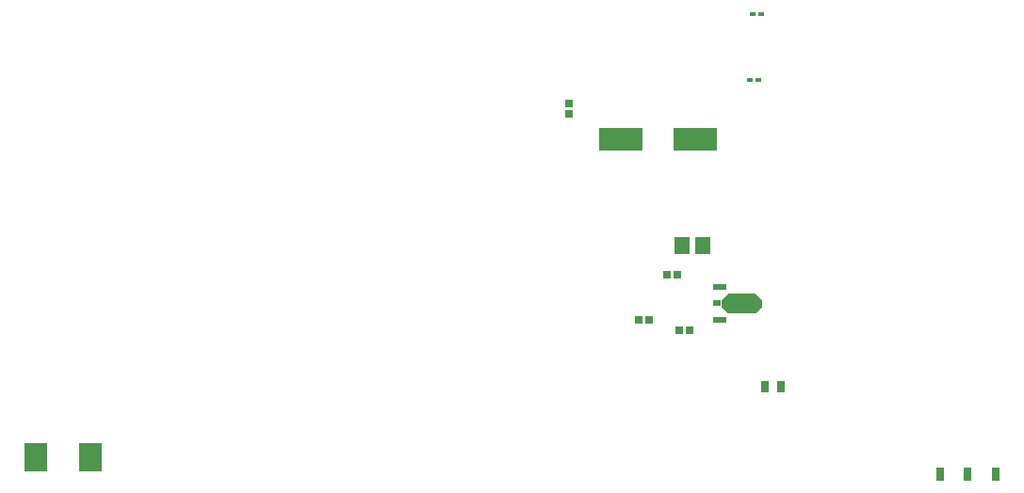
<source format=gtp>
G04*
G04 #@! TF.GenerationSoftware,Altium Limited,Altium Designer,20.0.2 (26)*
G04*
G04 Layer_Color=8421504*
%FSLAX44Y44*%
%MOMM*%
G71*
G01*
G75*
%ADD16R,1.3000X0.6000*%
%ADD17R,0.8000X0.6000*%
%ADD18R,0.7000X1.2000*%
%ADD19R,0.8000X1.0000*%
%ADD20R,0.5000X0.4500*%
%ADD21R,0.6725X0.7154*%
%ADD22R,1.4546X1.5562*%
%ADD23R,2.0500X2.6500*%
%ADD24R,0.6900X0.7200*%
%ADD25R,4.0000X2.1500*%
%ADD26R,0.7154X0.6725*%
G36*
X1018950Y978360D02*
Y972360D01*
X1012950Y966360D01*
X988950D01*
X982950Y972360D01*
Y978360D01*
X988950Y984360D01*
X1012950D01*
X1018950Y978360D01*
D02*
G37*
D16*
X981450Y960360D02*
D03*
Y990360D02*
D03*
D17*
X978950Y975360D02*
D03*
D18*
X1228960Y821170D02*
D03*
X1203960D02*
D03*
X1178960D02*
D03*
D19*
X1036320Y900430D02*
D03*
X1021320D02*
D03*
D20*
X1015880Y1176020D02*
D03*
X1008380D02*
D03*
X1018480Y1235710D02*
D03*
X1010980D02*
D03*
D21*
X845820Y1145540D02*
D03*
Y1155111D02*
D03*
D22*
X947052Y1027430D02*
D03*
X965568D02*
D03*
D23*
X415910Y836930D02*
D03*
X366410D02*
D03*
D24*
X953770Y951230D02*
D03*
X944570D02*
D03*
D25*
X959330Y1122680D02*
D03*
X892330D02*
D03*
D26*
X908050Y960120D02*
D03*
X917621D02*
D03*
X943021Y1000760D02*
D03*
X933450D02*
D03*
M02*

</source>
